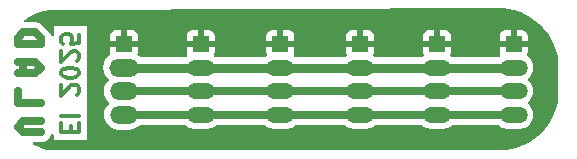
<source format=gbr>
%TF.GenerationSoftware,KiCad,Pcbnew,9.0.0*%
%TF.CreationDate,2025-03-21T11:56:52+01:00*%
%TF.ProjectId,PCB_Multi_Outside_Sensor_Onewire,5043425f-4d75-46c7-9469-5f4f75747369,rev?*%
%TF.SameCoordinates,Original*%
%TF.FileFunction,Copper,L2,Bot*%
%TF.FilePolarity,Positive*%
%FSLAX46Y46*%
G04 Gerber Fmt 4.6, Leading zero omitted, Abs format (unit mm)*
G04 Created by KiCad (PCBNEW 9.0.0) date 2025-03-21 11:56:52*
%MOMM*%
%LPD*%
G01*
G04 APERTURE LIST*
%ADD10C,0.300000*%
%TA.AperFunction,NonConductor*%
%ADD11C,0.300000*%
%TD*%
%TA.AperFunction,ComponentPad*%
%ADD12O,2.350000X1.350000*%
%TD*%
%TA.AperFunction,ComponentPad*%
%ADD13R,1.350000X1.350000*%
%TD*%
%TA.AperFunction,ComponentPad*%
%ADD14O,2.350000X1.500000*%
%TD*%
%TA.AperFunction,ComponentPad*%
%ADD15O,2.500000X1.500000*%
%TD*%
%TA.AperFunction,Conductor*%
%ADD16C,0.650000*%
%TD*%
%TA.AperFunction,Conductor*%
%ADD17C,0.800000*%
%TD*%
G04 APERTURE END LIST*
D10*
D11*
X111484885Y-97945489D02*
X111484885Y-97445489D01*
X110699171Y-97231203D02*
X110699171Y-97945489D01*
X110699171Y-97945489D02*
X112199171Y-97945489D01*
X112199171Y-97945489D02*
X112199171Y-97231203D01*
X110699171Y-96588346D02*
X112199171Y-96588346D01*
X112056314Y-94802631D02*
X112127742Y-94731203D01*
X112127742Y-94731203D02*
X112199171Y-94588346D01*
X112199171Y-94588346D02*
X112199171Y-94231203D01*
X112199171Y-94231203D02*
X112127742Y-94088346D01*
X112127742Y-94088346D02*
X112056314Y-94016917D01*
X112056314Y-94016917D02*
X111913457Y-93945488D01*
X111913457Y-93945488D02*
X111770600Y-93945488D01*
X111770600Y-93945488D02*
X111556314Y-94016917D01*
X111556314Y-94016917D02*
X110699171Y-94874060D01*
X110699171Y-94874060D02*
X110699171Y-93945488D01*
X112199171Y-93016917D02*
X112199171Y-92874060D01*
X112199171Y-92874060D02*
X112127742Y-92731203D01*
X112127742Y-92731203D02*
X112056314Y-92659775D01*
X112056314Y-92659775D02*
X111913457Y-92588346D01*
X111913457Y-92588346D02*
X111627742Y-92516917D01*
X111627742Y-92516917D02*
X111270600Y-92516917D01*
X111270600Y-92516917D02*
X110984885Y-92588346D01*
X110984885Y-92588346D02*
X110842028Y-92659775D01*
X110842028Y-92659775D02*
X110770600Y-92731203D01*
X110770600Y-92731203D02*
X110699171Y-92874060D01*
X110699171Y-92874060D02*
X110699171Y-93016917D01*
X110699171Y-93016917D02*
X110770600Y-93159775D01*
X110770600Y-93159775D02*
X110842028Y-93231203D01*
X110842028Y-93231203D02*
X110984885Y-93302632D01*
X110984885Y-93302632D02*
X111270600Y-93374060D01*
X111270600Y-93374060D02*
X111627742Y-93374060D01*
X111627742Y-93374060D02*
X111913457Y-93302632D01*
X111913457Y-93302632D02*
X112056314Y-93231203D01*
X112056314Y-93231203D02*
X112127742Y-93159775D01*
X112127742Y-93159775D02*
X112199171Y-93016917D01*
X112056314Y-91945489D02*
X112127742Y-91874061D01*
X112127742Y-91874061D02*
X112199171Y-91731204D01*
X112199171Y-91731204D02*
X112199171Y-91374061D01*
X112199171Y-91374061D02*
X112127742Y-91231204D01*
X112127742Y-91231204D02*
X112056314Y-91159775D01*
X112056314Y-91159775D02*
X111913457Y-91088346D01*
X111913457Y-91088346D02*
X111770600Y-91088346D01*
X111770600Y-91088346D02*
X111556314Y-91159775D01*
X111556314Y-91159775D02*
X110699171Y-92016918D01*
X110699171Y-92016918D02*
X110699171Y-91088346D01*
X112199171Y-89731204D02*
X112199171Y-90445490D01*
X112199171Y-90445490D02*
X111484885Y-90516918D01*
X111484885Y-90516918D02*
X111556314Y-90445490D01*
X111556314Y-90445490D02*
X111627742Y-90302633D01*
X111627742Y-90302633D02*
X111627742Y-89945490D01*
X111627742Y-89945490D02*
X111556314Y-89802633D01*
X111556314Y-89802633D02*
X111484885Y-89731204D01*
X111484885Y-89731204D02*
X111342028Y-89659775D01*
X111342028Y-89659775D02*
X110984885Y-89659775D01*
X110984885Y-89659775D02*
X110842028Y-89731204D01*
X110842028Y-89731204D02*
X110770600Y-89802633D01*
X110770600Y-89802633D02*
X110699171Y-89945490D01*
X110699171Y-89945490D02*
X110699171Y-90302633D01*
X110699171Y-90302633D02*
X110770600Y-90445490D01*
X110770600Y-90445490D02*
X110842028Y-90516918D01*
D12*
%TO.P,J1,4,4*%
%TO.N,/Vlad_2*%
X129250000Y-96500000D03*
%TO.P,J1,3,3*%
%TO.N,/Vlad_1*%
X129250000Y-94500000D03*
%TO.P,J1,2,2*%
%TO.N,/3v3*%
X129250000Y-92500000D03*
D13*
%TO.P,J1,1,1*%
%TO.N,/GND*%
X129250000Y-90500000D03*
%TD*%
D12*
%TO.P,J3,4,4*%
%TO.N,/Vlad_2*%
X136000000Y-96500000D03*
%TO.P,J3,3,3*%
%TO.N,/Vlad_1*%
X136000000Y-94500000D03*
%TO.P,J3,2,2*%
%TO.N,/3v3*%
X136000000Y-92500000D03*
D13*
%TO.P,J3,1,1*%
%TO.N,/GND*%
X136000000Y-90500000D03*
%TD*%
D12*
%TO.P,J2,4,4*%
%TO.N,/Vlad_2*%
X122500000Y-96500000D03*
%TO.P,J2,3,3*%
%TO.N,/Vlad_1*%
X122500000Y-94500000D03*
%TO.P,J2,2,2*%
%TO.N,/3v3*%
X122500000Y-92500000D03*
D13*
%TO.P,J2,1,1*%
%TO.N,/GND*%
X122500000Y-90500000D03*
%TD*%
D12*
%TO.P,J5,4,4*%
%TO.N,/Vlad_2*%
X142500000Y-96500000D03*
%TO.P,J5,3,3*%
%TO.N,/Vlad_1*%
X142500000Y-94500000D03*
%TO.P,J5,2,2*%
%TO.N,/3v3*%
X142500000Y-92500000D03*
D13*
%TO.P,J5,1,1*%
%TO.N,/GND*%
X142500000Y-90500000D03*
%TD*%
D12*
%TO.P,J6,4,4*%
%TO.N,/Vlad_2*%
X149000000Y-96500000D03*
%TO.P,J6,3,3*%
%TO.N,/Vlad_1*%
X149000000Y-94500000D03*
%TO.P,J6,2,2*%
%TO.N,/3v3*%
X149000000Y-92500000D03*
D13*
%TO.P,J6,1,1*%
%TO.N,/GND*%
X149000000Y-90500000D03*
%TD*%
D14*
%TO.P,J4,4,4*%
%TO.N,/Vlad_2*%
X116000000Y-96500000D03*
%TO.P,J4,3,3*%
%TO.N,/Vlad_1*%
X116000000Y-94500000D03*
D15*
%TO.P,J4,2,2*%
%TO.N,/3v3*%
X116000000Y-92500000D03*
D13*
%TO.P,J4,1,1*%
%TO.N,/GND*%
X116000000Y-90500000D03*
%TD*%
D16*
%TO.N,*%
X109000000Y-90500000D02*
X109000000Y-90000000D01*
X107000000Y-90000000D02*
X107000000Y-90500000D01*
X107500000Y-89500000D02*
X107000000Y-90000000D01*
X107000000Y-90500000D02*
X109000000Y-90500000D01*
X108500000Y-89500000D02*
X107500000Y-89500000D01*
X109000000Y-90000000D02*
X108500000Y-89500000D01*
X107500000Y-92000000D02*
X107500000Y-93000000D01*
X107500000Y-93000000D02*
X108500000Y-93000000D01*
X108500000Y-92000000D02*
X107000000Y-92000000D01*
X109000000Y-92500000D02*
X108500000Y-92000000D01*
X108500000Y-93000000D02*
X109000000Y-92500000D01*
X107000000Y-93000000D02*
X107500000Y-93000000D01*
X107000000Y-95500000D02*
X107000000Y-94500000D01*
X109000000Y-95500000D02*
X107000000Y-95500000D01*
X107500000Y-97000000D02*
X109000000Y-97000000D01*
X107500000Y-98000000D02*
X107000000Y-97500000D01*
X107000000Y-97500000D02*
X107500000Y-97000000D01*
X109000000Y-98000000D02*
X107500000Y-98000000D01*
%TO.N,/Vlad_1*%
X149000000Y-94500000D02*
X116000000Y-94500000D01*
%TO.N,/Vlad_2*%
X116000000Y-96500000D02*
X149000000Y-96500000D01*
D17*
%TO.N,/3v3*%
X149000000Y-92500000D02*
X116000000Y-92500000D01*
%TD*%
%TA.AperFunction,Conductor*%
%TO.N,/GND*%
G36*
X147797889Y-87478725D02*
G01*
X148183247Y-87494582D01*
X148193401Y-87495418D01*
X148593011Y-87544962D01*
X148603048Y-87546628D01*
X148997244Y-87628829D01*
X149007096Y-87631309D01*
X149393224Y-87745616D01*
X149402841Y-87748899D01*
X149608557Y-87828698D01*
X149778250Y-87894524D01*
X149787594Y-87898598D01*
X149917886Y-87961901D01*
X150149772Y-88074564D01*
X150158736Y-88079385D01*
X150242133Y-88128754D01*
X150505234Y-88284504D01*
X150513784Y-88290053D01*
X150842256Y-88522932D01*
X150850315Y-88529158D01*
X151158569Y-88788249D01*
X151166080Y-88795107D01*
X151452002Y-89078632D01*
X151458936Y-89086098D01*
X151480519Y-89111341D01*
X151720598Y-89392140D01*
X151726898Y-89400154D01*
X151962544Y-89726663D01*
X151968161Y-89735161D01*
X152165547Y-90062281D01*
X152176189Y-90079916D01*
X152181078Y-90088826D01*
X152360099Y-90449531D01*
X152364246Y-90458828D01*
X152513025Y-90832991D01*
X152516399Y-90842610D01*
X152633943Y-91227731D01*
X152636515Y-91237595D01*
X152722025Y-91631051D01*
X152723779Y-91641092D01*
X152774327Y-92022466D01*
X152775402Y-92038572D01*
X152779813Y-94962452D01*
X152778718Y-94979082D01*
X152726194Y-95371674D01*
X152724363Y-95382010D01*
X152634731Y-95787250D01*
X152632032Y-95797395D01*
X152508447Y-96193599D01*
X152504900Y-96203479D01*
X152348244Y-96587817D01*
X152343874Y-96597361D01*
X152155272Y-96967074D01*
X152150112Y-96976210D01*
X152067538Y-97108979D01*
X151930924Y-97328634D01*
X151925008Y-97337305D01*
X151676781Y-97669948D01*
X151670152Y-97678087D01*
X151394700Y-97988522D01*
X151387407Y-97996072D01*
X151086679Y-98282103D01*
X151078773Y-98289009D01*
X150754924Y-98548584D01*
X150746463Y-98554797D01*
X150401831Y-98786045D01*
X150392875Y-98791520D01*
X150029898Y-98992802D01*
X150020510Y-98997499D01*
X149641836Y-99167347D01*
X149632085Y-99171234D01*
X149240385Y-99308452D01*
X149230340Y-99311500D01*
X148828451Y-99415094D01*
X148818184Y-99417282D01*
X148408953Y-99486516D01*
X148398538Y-99487827D01*
X147990442Y-99521741D01*
X147980098Y-99522167D01*
X110323511Y-99499458D01*
X110323508Y-99499459D01*
X110305094Y-99504381D01*
X110267915Y-99508479D01*
X109986521Y-99496758D01*
X109976235Y-99495899D01*
X109581582Y-99446351D01*
X109571404Y-99444640D01*
X109182245Y-99362445D01*
X109172243Y-99359894D01*
X108791243Y-99245609D01*
X108781500Y-99242238D01*
X108411322Y-99096664D01*
X108401905Y-99092500D01*
X108337436Y-99060724D01*
X108286007Y-99013429D01*
X108268311Y-98945837D01*
X108289967Y-98879408D01*
X108344100Y-98835233D01*
X108392257Y-98825500D01*
X109081307Y-98825500D01*
X109188598Y-98804157D01*
X109240789Y-98793776D01*
X109391021Y-98731548D01*
X109391023Y-98731547D01*
X109458169Y-98686680D01*
X109526225Y-98641208D01*
X109641208Y-98526225D01*
X109731548Y-98391021D01*
X109793776Y-98240789D01*
X109796329Y-98227956D01*
X109828714Y-98166045D01*
X109889430Y-98131471D01*
X109959199Y-98135211D01*
X110015871Y-98176078D01*
X110041452Y-98241096D01*
X110041946Y-98252148D01*
X110041946Y-98600989D01*
X112856870Y-98600989D01*
X112856870Y-92401577D01*
X114249500Y-92401577D01*
X114249500Y-92598422D01*
X114280290Y-92792826D01*
X114341117Y-92980029D01*
X114364657Y-93026228D01*
X114430476Y-93155405D01*
X114546172Y-93314646D01*
X114546174Y-93314648D01*
X114681344Y-93449818D01*
X114714829Y-93511141D01*
X114709845Y-93580833D01*
X114681346Y-93625179D01*
X114621172Y-93685354D01*
X114505476Y-93844594D01*
X114416117Y-94019970D01*
X114355290Y-94207173D01*
X114324500Y-94401577D01*
X114324500Y-94598422D01*
X114355290Y-94792826D01*
X114416117Y-94980029D01*
X114481819Y-95108976D01*
X114505476Y-95155405D01*
X114621172Y-95314646D01*
X114621174Y-95314648D01*
X114718845Y-95412319D01*
X114752330Y-95473642D01*
X114747346Y-95543334D01*
X114718845Y-95587681D01*
X114621174Y-95685351D01*
X114621174Y-95685352D01*
X114621172Y-95685354D01*
X114589447Y-95729020D01*
X114505476Y-95844594D01*
X114416117Y-96019970D01*
X114355290Y-96207173D01*
X114324500Y-96401577D01*
X114324500Y-96598422D01*
X114355290Y-96792826D01*
X114416117Y-96980029D01*
X114462969Y-97071980D01*
X114505476Y-97155405D01*
X114621172Y-97314646D01*
X114760354Y-97453828D01*
X114919595Y-97569524D01*
X114958563Y-97589379D01*
X115094970Y-97658882D01*
X115094972Y-97658882D01*
X115094975Y-97658884D01*
X115195317Y-97691487D01*
X115282173Y-97719709D01*
X115476578Y-97750500D01*
X115476583Y-97750500D01*
X116523422Y-97750500D01*
X116717826Y-97719709D01*
X116905025Y-97658884D01*
X117080405Y-97569524D01*
X117239646Y-97453828D01*
X117331655Y-97361819D01*
X117392978Y-97328334D01*
X117419336Y-97325500D01*
X121111730Y-97325500D01*
X121178769Y-97345185D01*
X121199411Y-97361819D01*
X121234213Y-97396621D01*
X121383904Y-97505378D01*
X121464763Y-97546577D01*
X121548764Y-97589379D01*
X121548767Y-97589380D01*
X121609088Y-97608979D01*
X121724736Y-97646555D01*
X121907486Y-97675500D01*
X121907487Y-97675500D01*
X123092513Y-97675500D01*
X123092514Y-97675500D01*
X123275264Y-97646555D01*
X123451235Y-97589379D01*
X123616096Y-97505378D01*
X123765787Y-97396621D01*
X123800589Y-97361819D01*
X123861912Y-97328334D01*
X123888270Y-97325500D01*
X127861730Y-97325500D01*
X127928769Y-97345185D01*
X127949411Y-97361819D01*
X127984213Y-97396621D01*
X128133904Y-97505378D01*
X128214763Y-97546577D01*
X128298764Y-97589379D01*
X128298767Y-97589380D01*
X128359088Y-97608979D01*
X128474736Y-97646555D01*
X128657486Y-97675500D01*
X128657487Y-97675500D01*
X129842513Y-97675500D01*
X129842514Y-97675500D01*
X130025264Y-97646555D01*
X130201235Y-97589379D01*
X130366096Y-97505378D01*
X130515787Y-97396621D01*
X130550589Y-97361819D01*
X130611912Y-97328334D01*
X130638270Y-97325500D01*
X134611730Y-97325500D01*
X134678769Y-97345185D01*
X134699411Y-97361819D01*
X134734213Y-97396621D01*
X134883904Y-97505378D01*
X134964763Y-97546577D01*
X135048764Y-97589379D01*
X135048767Y-97589380D01*
X135109088Y-97608979D01*
X135224736Y-97646555D01*
X135407486Y-97675500D01*
X135407487Y-97675500D01*
X136592513Y-97675500D01*
X136592514Y-97675500D01*
X136775264Y-97646555D01*
X136951235Y-97589379D01*
X137116096Y-97505378D01*
X137265787Y-97396621D01*
X137300589Y-97361819D01*
X137361912Y-97328334D01*
X137388270Y-97325500D01*
X141111730Y-97325500D01*
X141178769Y-97345185D01*
X141199411Y-97361819D01*
X141234213Y-97396621D01*
X141383904Y-97505378D01*
X141464763Y-97546577D01*
X141548764Y-97589379D01*
X141548767Y-97589380D01*
X141609088Y-97608979D01*
X141724736Y-97646555D01*
X141907486Y-97675500D01*
X141907487Y-97675500D01*
X143092513Y-97675500D01*
X143092514Y-97675500D01*
X143275264Y-97646555D01*
X143451235Y-97589379D01*
X143616096Y-97505378D01*
X143765787Y-97396621D01*
X143800589Y-97361819D01*
X143861912Y-97328334D01*
X143888270Y-97325500D01*
X147611730Y-97325500D01*
X147678769Y-97345185D01*
X147699411Y-97361819D01*
X147734213Y-97396621D01*
X147883904Y-97505378D01*
X147964763Y-97546577D01*
X148048764Y-97589379D01*
X148048767Y-97589380D01*
X148109088Y-97608979D01*
X148224736Y-97646555D01*
X148407486Y-97675500D01*
X148407487Y-97675500D01*
X149592513Y-97675500D01*
X149592514Y-97675500D01*
X149775264Y-97646555D01*
X149951235Y-97589379D01*
X150116096Y-97505378D01*
X150265787Y-97396621D01*
X150396621Y-97265787D01*
X150505378Y-97116096D01*
X150589379Y-96951235D01*
X150646555Y-96775264D01*
X150675500Y-96592514D01*
X150675500Y-96407486D01*
X150646555Y-96224736D01*
X150589379Y-96048765D01*
X150589379Y-96048764D01*
X150505377Y-95883903D01*
X150476818Y-95844595D01*
X150396621Y-95734213D01*
X150265787Y-95603379D01*
X150261576Y-95600319D01*
X150218909Y-95544994D01*
X150212926Y-95475381D01*
X150245529Y-95413585D01*
X150261570Y-95399684D01*
X150265787Y-95396621D01*
X150396621Y-95265787D01*
X150505378Y-95116096D01*
X150589379Y-94951235D01*
X150646555Y-94775264D01*
X150675500Y-94592514D01*
X150675500Y-94407486D01*
X150646555Y-94224736D01*
X150589379Y-94048765D01*
X150589379Y-94048764D01*
X150505377Y-93883903D01*
X150487132Y-93858791D01*
X150396621Y-93734213D01*
X150265787Y-93603379D01*
X150261576Y-93600319D01*
X150218909Y-93544994D01*
X150212926Y-93475381D01*
X150245529Y-93413585D01*
X150261570Y-93399684D01*
X150265787Y-93396621D01*
X150396621Y-93265787D01*
X150505378Y-93116096D01*
X150589379Y-92951235D01*
X150646555Y-92775264D01*
X150675500Y-92592514D01*
X150675500Y-92407486D01*
X150646555Y-92224736D01*
X150608943Y-92108976D01*
X150589380Y-92048767D01*
X150589379Y-92048764D01*
X150505377Y-91883903D01*
X150396621Y-91734213D01*
X150265787Y-91603379D01*
X150210459Y-91563181D01*
X150171339Y-91534758D01*
X150128673Y-91479427D01*
X150122695Y-91409814D01*
X150128043Y-91391106D01*
X150168597Y-91282376D01*
X150168598Y-91282372D01*
X150174999Y-91222844D01*
X150175000Y-91222827D01*
X150175000Y-90750000D01*
X149315686Y-90750000D01*
X149320080Y-90745606D01*
X149372741Y-90654394D01*
X149400000Y-90552661D01*
X149400000Y-90447339D01*
X149372741Y-90345606D01*
X149320080Y-90254394D01*
X149315686Y-90250000D01*
X150175000Y-90250000D01*
X150175000Y-89777172D01*
X150174999Y-89777155D01*
X150168598Y-89717627D01*
X150168596Y-89717620D01*
X150118354Y-89582913D01*
X150118350Y-89582906D01*
X150032190Y-89467812D01*
X150032187Y-89467809D01*
X149917093Y-89381649D01*
X149917086Y-89381645D01*
X149782379Y-89331403D01*
X149782372Y-89331401D01*
X149722844Y-89325000D01*
X149250000Y-89325000D01*
X149250000Y-90184314D01*
X149245606Y-90179920D01*
X149154394Y-90127259D01*
X149052661Y-90100000D01*
X148947339Y-90100000D01*
X148845606Y-90127259D01*
X148754394Y-90179920D01*
X148750000Y-90184314D01*
X148750000Y-89325000D01*
X148277155Y-89325000D01*
X148217627Y-89331401D01*
X148217620Y-89331403D01*
X148082913Y-89381645D01*
X148082906Y-89381649D01*
X147967812Y-89467809D01*
X147967809Y-89467812D01*
X147881649Y-89582906D01*
X147881645Y-89582913D01*
X147831403Y-89717620D01*
X147831401Y-89717627D01*
X147825000Y-89777155D01*
X147825000Y-90250000D01*
X148684314Y-90250000D01*
X148679920Y-90254394D01*
X148627259Y-90345606D01*
X148600000Y-90447339D01*
X148600000Y-90552661D01*
X148627259Y-90654394D01*
X148679920Y-90745606D01*
X148684314Y-90750000D01*
X147825000Y-90750000D01*
X147825000Y-91222844D01*
X147831401Y-91282372D01*
X147831403Y-91282379D01*
X147871956Y-91391108D01*
X147873901Y-91418316D01*
X147879319Y-91445050D01*
X147876357Y-91452656D01*
X147876940Y-91460800D01*
X147863866Y-91484742D01*
X147853971Y-91510160D01*
X147845482Y-91518409D01*
X147843455Y-91522123D01*
X147828662Y-91534757D01*
X147828661Y-91534758D01*
X147812950Y-91546173D01*
X147772147Y-91575817D01*
X147706344Y-91599298D01*
X147699263Y-91599500D01*
X143800738Y-91599500D01*
X143733699Y-91579815D01*
X143727852Y-91575817D01*
X143671339Y-91534757D01*
X143628673Y-91479427D01*
X143622695Y-91409814D01*
X143628043Y-91391106D01*
X143668597Y-91282376D01*
X143668598Y-91282372D01*
X143674999Y-91222844D01*
X143675000Y-91222827D01*
X143675000Y-90750000D01*
X142815686Y-90750000D01*
X142820080Y-90745606D01*
X142872741Y-90654394D01*
X142900000Y-90552661D01*
X142900000Y-90447339D01*
X142872741Y-90345606D01*
X142820080Y-90254394D01*
X142815686Y-90250000D01*
X143675000Y-90250000D01*
X143675000Y-89777172D01*
X143674999Y-89777155D01*
X143668598Y-89717627D01*
X143668596Y-89717620D01*
X143618354Y-89582913D01*
X143618350Y-89582906D01*
X143532190Y-89467812D01*
X143532187Y-89467809D01*
X143417093Y-89381649D01*
X143417086Y-89381645D01*
X143282379Y-89331403D01*
X143282372Y-89331401D01*
X143222844Y-89325000D01*
X142750000Y-89325000D01*
X142750000Y-90184314D01*
X142745606Y-90179920D01*
X142654394Y-90127259D01*
X142552661Y-90100000D01*
X142447339Y-90100000D01*
X142345606Y-90127259D01*
X142254394Y-90179920D01*
X142250000Y-90184314D01*
X142250000Y-89325000D01*
X141777155Y-89325000D01*
X141717627Y-89331401D01*
X141717620Y-89331403D01*
X141582913Y-89381645D01*
X141582906Y-89381649D01*
X141467812Y-89467809D01*
X141467809Y-89467812D01*
X141381649Y-89582906D01*
X141381645Y-89582913D01*
X141331403Y-89717620D01*
X141331401Y-89717627D01*
X141325000Y-89777155D01*
X141325000Y-90250000D01*
X142184314Y-90250000D01*
X142179920Y-90254394D01*
X142127259Y-90345606D01*
X142100000Y-90447339D01*
X142100000Y-90552661D01*
X142127259Y-90654394D01*
X142179920Y-90745606D01*
X142184314Y-90750000D01*
X141325000Y-90750000D01*
X141325000Y-91222844D01*
X141331401Y-91282372D01*
X141331403Y-91282379D01*
X141371956Y-91391108D01*
X141373901Y-91418316D01*
X141379319Y-91445050D01*
X141376357Y-91452656D01*
X141376940Y-91460800D01*
X141363866Y-91484742D01*
X141353971Y-91510160D01*
X141345482Y-91518409D01*
X141343455Y-91522123D01*
X141328662Y-91534757D01*
X141328661Y-91534758D01*
X141312950Y-91546173D01*
X141272147Y-91575817D01*
X141206344Y-91599298D01*
X141199263Y-91599500D01*
X137300738Y-91599500D01*
X137233699Y-91579815D01*
X137227852Y-91575817D01*
X137171339Y-91534757D01*
X137128673Y-91479427D01*
X137122695Y-91409814D01*
X137128043Y-91391106D01*
X137168597Y-91282376D01*
X137168598Y-91282372D01*
X137174999Y-91222844D01*
X137175000Y-91222827D01*
X137175000Y-90750000D01*
X136315686Y-90750000D01*
X136320080Y-90745606D01*
X136372741Y-90654394D01*
X136400000Y-90552661D01*
X136400000Y-90447339D01*
X136372741Y-90345606D01*
X136320080Y-90254394D01*
X136315686Y-90250000D01*
X137175000Y-90250000D01*
X137175000Y-89777172D01*
X137174999Y-89777155D01*
X137168598Y-89717627D01*
X137168596Y-89717620D01*
X137118354Y-89582913D01*
X137118350Y-89582906D01*
X137032190Y-89467812D01*
X137032187Y-89467809D01*
X136917093Y-89381649D01*
X136917086Y-89381645D01*
X136782379Y-89331403D01*
X136782372Y-89331401D01*
X136722844Y-89325000D01*
X136250000Y-89325000D01*
X136250000Y-90184314D01*
X136245606Y-90179920D01*
X136154394Y-90127259D01*
X136052661Y-90100000D01*
X135947339Y-90100000D01*
X135845606Y-90127259D01*
X135754394Y-90179920D01*
X135750000Y-90184314D01*
X135750000Y-89325000D01*
X135277155Y-89325000D01*
X135217627Y-89331401D01*
X135217620Y-89331403D01*
X135082913Y-89381645D01*
X135082906Y-89381649D01*
X134967812Y-89467809D01*
X134967809Y-89467812D01*
X134881649Y-89582906D01*
X134881645Y-89582913D01*
X134831403Y-89717620D01*
X134831401Y-89717627D01*
X134825000Y-89777155D01*
X134825000Y-90250000D01*
X135684314Y-90250000D01*
X135679920Y-90254394D01*
X135627259Y-90345606D01*
X135600000Y-90447339D01*
X135600000Y-90552661D01*
X135627259Y-90654394D01*
X135679920Y-90745606D01*
X135684314Y-90750000D01*
X134825000Y-90750000D01*
X134825000Y-91222844D01*
X134831401Y-91282372D01*
X134831403Y-91282379D01*
X134871956Y-91391108D01*
X134873901Y-91418316D01*
X134879319Y-91445050D01*
X134876357Y-91452656D01*
X134876940Y-91460800D01*
X134863866Y-91484742D01*
X134853971Y-91510160D01*
X134845482Y-91518409D01*
X134843455Y-91522123D01*
X134828662Y-91534757D01*
X134828661Y-91534758D01*
X134812950Y-91546173D01*
X134772147Y-91575817D01*
X134706344Y-91599298D01*
X134699263Y-91599500D01*
X130550738Y-91599500D01*
X130483699Y-91579815D01*
X130477852Y-91575817D01*
X130421339Y-91534757D01*
X130378673Y-91479427D01*
X130372695Y-91409814D01*
X130378043Y-91391106D01*
X130418597Y-91282376D01*
X130418598Y-91282372D01*
X130424999Y-91222844D01*
X130425000Y-91222827D01*
X130425000Y-90750000D01*
X129565686Y-90750000D01*
X129570080Y-90745606D01*
X129622741Y-90654394D01*
X129650000Y-90552661D01*
X129650000Y-90447339D01*
X129622741Y-90345606D01*
X129570080Y-90254394D01*
X129565686Y-90250000D01*
X130425000Y-90250000D01*
X130425000Y-89777172D01*
X130424999Y-89777155D01*
X130418598Y-89717627D01*
X130418596Y-89717620D01*
X130368354Y-89582913D01*
X130368350Y-89582906D01*
X130282190Y-89467812D01*
X130282187Y-89467809D01*
X130167093Y-89381649D01*
X130167086Y-89381645D01*
X130032379Y-89331403D01*
X130032372Y-89331401D01*
X129972844Y-89325000D01*
X129500000Y-89325000D01*
X129500000Y-90184314D01*
X129495606Y-90179920D01*
X129404394Y-90127259D01*
X129302661Y-90100000D01*
X129197339Y-90100000D01*
X129095606Y-90127259D01*
X129004394Y-90179920D01*
X129000000Y-90184314D01*
X129000000Y-89325000D01*
X128527155Y-89325000D01*
X128467627Y-89331401D01*
X128467620Y-89331403D01*
X128332913Y-89381645D01*
X128332906Y-89381649D01*
X128217812Y-89467809D01*
X128217809Y-89467812D01*
X128131649Y-89582906D01*
X128131645Y-89582913D01*
X128081403Y-89717620D01*
X128081401Y-89717627D01*
X128075000Y-89777155D01*
X128075000Y-90250000D01*
X128934314Y-90250000D01*
X128929920Y-90254394D01*
X128877259Y-90345606D01*
X128850000Y-90447339D01*
X128850000Y-90552661D01*
X128877259Y-90654394D01*
X128929920Y-90745606D01*
X128934314Y-90750000D01*
X128075000Y-90750000D01*
X128075000Y-91222844D01*
X128081401Y-91282372D01*
X128081403Y-91282379D01*
X128121956Y-91391108D01*
X128123901Y-91418316D01*
X128129319Y-91445050D01*
X128126357Y-91452656D01*
X128126940Y-91460800D01*
X128113866Y-91484742D01*
X128103971Y-91510160D01*
X128095482Y-91518409D01*
X128093455Y-91522123D01*
X128078662Y-91534757D01*
X128078661Y-91534758D01*
X128062950Y-91546173D01*
X128022147Y-91575817D01*
X127956344Y-91599298D01*
X127949263Y-91599500D01*
X123800738Y-91599500D01*
X123733699Y-91579815D01*
X123727852Y-91575817D01*
X123671339Y-91534757D01*
X123628673Y-91479427D01*
X123622695Y-91409814D01*
X123628043Y-91391106D01*
X123668597Y-91282376D01*
X123668598Y-91282372D01*
X123674999Y-91222844D01*
X123675000Y-91222827D01*
X123675000Y-90750000D01*
X122815686Y-90750000D01*
X122820080Y-90745606D01*
X122872741Y-90654394D01*
X122900000Y-90552661D01*
X122900000Y-90447339D01*
X122872741Y-90345606D01*
X122820080Y-90254394D01*
X122815686Y-90250000D01*
X123675000Y-90250000D01*
X123675000Y-89777172D01*
X123674999Y-89777155D01*
X123668598Y-89717627D01*
X123668596Y-89717620D01*
X123618354Y-89582913D01*
X123618350Y-89582906D01*
X123532190Y-89467812D01*
X123532187Y-89467809D01*
X123417093Y-89381649D01*
X123417086Y-89381645D01*
X123282379Y-89331403D01*
X123282372Y-89331401D01*
X123222844Y-89325000D01*
X122750000Y-89325000D01*
X122750000Y-90184314D01*
X122745606Y-90179920D01*
X122654394Y-90127259D01*
X122552661Y-90100000D01*
X122447339Y-90100000D01*
X122345606Y-90127259D01*
X122254394Y-90179920D01*
X122250000Y-90184314D01*
X122250000Y-89325000D01*
X121777155Y-89325000D01*
X121717627Y-89331401D01*
X121717620Y-89331403D01*
X121582913Y-89381645D01*
X121582906Y-89381649D01*
X121467812Y-89467809D01*
X121467809Y-89467812D01*
X121381649Y-89582906D01*
X121381645Y-89582913D01*
X121331403Y-89717620D01*
X121331401Y-89717627D01*
X121325000Y-89777155D01*
X121325000Y-90250000D01*
X122184314Y-90250000D01*
X122179920Y-90254394D01*
X122127259Y-90345606D01*
X122100000Y-90447339D01*
X122100000Y-90552661D01*
X122127259Y-90654394D01*
X122179920Y-90745606D01*
X122184314Y-90750000D01*
X121325000Y-90750000D01*
X121325000Y-91222844D01*
X121331401Y-91282372D01*
X121331403Y-91282379D01*
X121371956Y-91391108D01*
X121373901Y-91418316D01*
X121379319Y-91445050D01*
X121376357Y-91452656D01*
X121376940Y-91460800D01*
X121363866Y-91484742D01*
X121353971Y-91510160D01*
X121345482Y-91518409D01*
X121343455Y-91522123D01*
X121328662Y-91534757D01*
X121328661Y-91534758D01*
X121312950Y-91546173D01*
X121272147Y-91575817D01*
X121206344Y-91599298D01*
X121199263Y-91599500D01*
X117419336Y-91599500D01*
X117352297Y-91579815D01*
X117331655Y-91563181D01*
X117314648Y-91546174D01*
X117314647Y-91546173D01*
X117314646Y-91546172D01*
X117198543Y-91461817D01*
X117155879Y-91406489D01*
X117149900Y-91336875D01*
X117155249Y-91318165D01*
X117168598Y-91282376D01*
X117174999Y-91222844D01*
X117175000Y-91222827D01*
X117175000Y-90750000D01*
X116315686Y-90750000D01*
X116320080Y-90745606D01*
X116372741Y-90654394D01*
X116400000Y-90552661D01*
X116400000Y-90447339D01*
X116372741Y-90345606D01*
X116320080Y-90254394D01*
X116315686Y-90250000D01*
X117175000Y-90250000D01*
X117175000Y-89777172D01*
X117174999Y-89777155D01*
X117168598Y-89717627D01*
X117168596Y-89717620D01*
X117118354Y-89582913D01*
X117118350Y-89582906D01*
X117032190Y-89467812D01*
X117032187Y-89467809D01*
X116917093Y-89381649D01*
X116917086Y-89381645D01*
X116782379Y-89331403D01*
X116782372Y-89331401D01*
X116722844Y-89325000D01*
X116250000Y-89325000D01*
X116250000Y-90184314D01*
X116245606Y-90179920D01*
X116154394Y-90127259D01*
X116052661Y-90100000D01*
X115947339Y-90100000D01*
X115845606Y-90127259D01*
X115754394Y-90179920D01*
X115750000Y-90184314D01*
X115750000Y-89325000D01*
X115277155Y-89325000D01*
X115217627Y-89331401D01*
X115217620Y-89331403D01*
X115082913Y-89381645D01*
X115082906Y-89381649D01*
X114967812Y-89467809D01*
X114967809Y-89467812D01*
X114881649Y-89582906D01*
X114881645Y-89582913D01*
X114831403Y-89717620D01*
X114831401Y-89717627D01*
X114825000Y-89777155D01*
X114825000Y-90250000D01*
X115684314Y-90250000D01*
X115679920Y-90254394D01*
X115627259Y-90345606D01*
X115600000Y-90447339D01*
X115600000Y-90552661D01*
X115627259Y-90654394D01*
X115679920Y-90745606D01*
X115684314Y-90750000D01*
X114825000Y-90750000D01*
X114825000Y-91222844D01*
X114831401Y-91282372D01*
X114831403Y-91282383D01*
X114844751Y-91318169D01*
X114849735Y-91387860D01*
X114816249Y-91449183D01*
X114801455Y-91461819D01*
X114685352Y-91546173D01*
X114546174Y-91685351D01*
X114546174Y-91685352D01*
X114546172Y-91685354D01*
X114510676Y-91734210D01*
X114430476Y-91844594D01*
X114341117Y-92019970D01*
X114280290Y-92207173D01*
X114249500Y-92401577D01*
X112856870Y-92401577D01*
X112856870Y-89002550D01*
X110041946Y-89002550D01*
X110041946Y-89747851D01*
X110022261Y-89814890D01*
X109969457Y-89860645D01*
X109900299Y-89870589D01*
X109836743Y-89841564D01*
X109798969Y-89782786D01*
X109796329Y-89772044D01*
X109793777Y-89759215D01*
X109793774Y-89759206D01*
X109731549Y-89608980D01*
X109731547Y-89608976D01*
X109641211Y-89473779D01*
X109641209Y-89473776D01*
X109635242Y-89467809D01*
X109526225Y-89358792D01*
X109278774Y-89111341D01*
X109026228Y-88858794D01*
X109026220Y-88858788D01*
X108891023Y-88768452D01*
X108891019Y-88768450D01*
X108740793Y-88706225D01*
X108740783Y-88706222D01*
X108581307Y-88674500D01*
X108581305Y-88674500D01*
X107659590Y-88674500D01*
X107627390Y-88665045D01*
X107594995Y-88656346D01*
X107593987Y-88655236D01*
X107592551Y-88654815D01*
X107570594Y-88629475D01*
X107548024Y-88604621D01*
X107547776Y-88603142D01*
X107546796Y-88602011D01*
X107542022Y-88568809D01*
X107536475Y-88535712D01*
X107537065Y-88534335D01*
X107536852Y-88532853D01*
X107550794Y-88502324D01*
X107564014Y-88471499D01*
X107565478Y-88470168D01*
X107565877Y-88469297D01*
X107590137Y-88447776D01*
X107765491Y-88329231D01*
X107774413Y-88323737D01*
X108118782Y-88131310D01*
X108128136Y-88126592D01*
X108487575Y-87964063D01*
X108497315Y-87960149D01*
X108869215Y-87828694D01*
X108879254Y-87825617D01*
X109261002Y-87726161D01*
X109271255Y-87723950D01*
X109660019Y-87657230D01*
X109670442Y-87655893D01*
X110063476Y-87622378D01*
X110073986Y-87621931D01*
X110421664Y-87621872D01*
X110422714Y-87621878D01*
X110433233Y-87621980D01*
X110436039Y-87622721D01*
X110488481Y-87622517D01*
X110489323Y-87622526D01*
X110489419Y-87622555D01*
X110493355Y-87622630D01*
X110521125Y-87623806D01*
X110539525Y-87624585D01*
X110539525Y-87624584D01*
X110539527Y-87624585D01*
X110539528Y-87624584D01*
X110547625Y-87623865D01*
X110547635Y-87623984D01*
X110563276Y-87622229D01*
X147792379Y-87478622D01*
X147797889Y-87478725D01*
G37*
%TD.AperFunction*%
%TD*%
M02*

</source>
